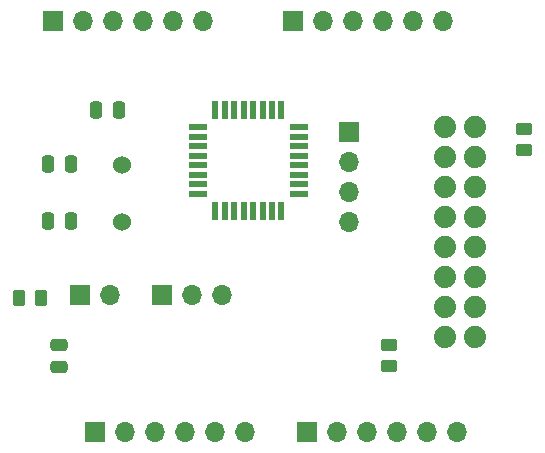
<source format=gbr>
%TF.GenerationSoftware,KiCad,Pcbnew,7.0.5*%
%TF.CreationDate,2024-11-17T18:30:54-07:00*%
%TF.ProjectId,sed1200emu,73656431-3230-4306-956d-752e6b696361,rev?*%
%TF.SameCoordinates,Original*%
%TF.FileFunction,Soldermask,Top*%
%TF.FilePolarity,Negative*%
%FSLAX46Y46*%
G04 Gerber Fmt 4.6, Leading zero omitted, Abs format (unit mm)*
G04 Created by KiCad (PCBNEW 7.0.5) date 2024-11-17 18:30:54*
%MOMM*%
%LPD*%
G01*
G04 APERTURE LIST*
G04 Aperture macros list*
%AMRoundRect*
0 Rectangle with rounded corners*
0 $1 Rounding radius*
0 $2 $3 $4 $5 $6 $7 $8 $9 X,Y pos of 4 corners*
0 Add a 4 corners polygon primitive as box body*
4,1,4,$2,$3,$4,$5,$6,$7,$8,$9,$2,$3,0*
0 Add four circle primitives for the rounded corners*
1,1,$1+$1,$2,$3*
1,1,$1+$1,$4,$5*
1,1,$1+$1,$6,$7*
1,1,$1+$1,$8,$9*
0 Add four rect primitives between the rounded corners*
20,1,$1+$1,$2,$3,$4,$5,0*
20,1,$1+$1,$4,$5,$6,$7,0*
20,1,$1+$1,$6,$7,$8,$9,0*
20,1,$1+$1,$8,$9,$2,$3,0*%
G04 Aperture macros list end*
%ADD10R,1.700000X1.700000*%
%ADD11O,1.700000X1.700000*%
%ADD12RoundRect,0.250000X0.450000X-0.262500X0.450000X0.262500X-0.450000X0.262500X-0.450000X-0.262500X0*%
%ADD13RoundRect,0.250000X-0.250000X-0.475000X0.250000X-0.475000X0.250000X0.475000X-0.250000X0.475000X0*%
%ADD14RoundRect,0.250000X0.475000X-0.250000X0.475000X0.250000X-0.475000X0.250000X-0.475000X-0.250000X0*%
%ADD15R,1.600000X0.550000*%
%ADD16R,0.550000X1.600000*%
%ADD17RoundRect,0.250000X0.262500X0.450000X-0.262500X0.450000X-0.262500X-0.450000X0.262500X-0.450000X0*%
%ADD18C,1.524000*%
%ADD19C,1.879600*%
G04 APERTURE END LIST*
D10*
%TO.C,DIS2-1*%
X133250000Y-126250000D03*
D11*
X135790000Y-126250000D03*
X138330000Y-126250000D03*
X140870000Y-126250000D03*
X143410000Y-126250000D03*
X145950000Y-126250000D03*
%TD*%
D12*
%TO.C,R1*%
X169621100Y-102384500D03*
X169621100Y-100559500D03*
%TD*%
D10*
%TO.C,UART1*%
X138975000Y-114620400D03*
D11*
X141515000Y-114620400D03*
X144055000Y-114620400D03*
%TD*%
D13*
%TO.C,C2*%
X133365100Y-98932000D03*
X135265100Y-98932000D03*
%TD*%
D14*
%TO.C,C1*%
X130250000Y-120770400D03*
X130250000Y-118870400D03*
%TD*%
D10*
%TO.C,SPI1*%
X154750000Y-100870400D03*
D11*
X154750000Y-103410400D03*
X154750000Y-105950400D03*
X154750000Y-108490400D03*
%TD*%
D13*
%TO.C,C4*%
X129301100Y-108330000D03*
X131201100Y-108330000D03*
%TD*%
D10*
%TO.C,DIS2-2*%
X151250000Y-126250000D03*
D11*
X153790000Y-126250000D03*
X156330000Y-126250000D03*
X158870000Y-126250000D03*
X161410000Y-126250000D03*
X163950000Y-126250000D03*
%TD*%
D15*
%TO.C,IC1*%
X142003100Y-100450000D03*
X142003100Y-101250000D03*
X142003100Y-102050000D03*
X142003100Y-102850000D03*
X142003100Y-103650000D03*
X142003100Y-104450000D03*
X142003100Y-105250000D03*
X142003100Y-106050000D03*
D16*
X143453100Y-107500000D03*
X144253100Y-107500000D03*
X145053100Y-107500000D03*
X145853100Y-107500000D03*
X146653100Y-107500000D03*
X147453100Y-107500000D03*
X148253100Y-107500000D03*
X149053100Y-107500000D03*
D15*
X150503100Y-106050000D03*
X150503100Y-105250000D03*
X150503100Y-104450000D03*
X150503100Y-103650000D03*
X150503100Y-102850000D03*
X150503100Y-102050000D03*
X150503100Y-101250000D03*
X150503100Y-100450000D03*
D16*
X149053100Y-99000000D03*
X148253100Y-99000000D03*
X147453100Y-99000000D03*
X146653100Y-99000000D03*
X145853100Y-99000000D03*
X145053100Y-99000000D03*
X144253100Y-99000000D03*
X143453100Y-99000000D03*
%TD*%
D17*
%TO.C,R3*%
X128662500Y-114870400D03*
X126837500Y-114870400D03*
%TD*%
D12*
%TO.C,R2*%
X158191100Y-120672500D03*
X158191100Y-118847500D03*
%TD*%
D13*
%TO.C,C3*%
X129301100Y-103504000D03*
X131201100Y-103504000D03*
%TD*%
D18*
%TO.C,Q1*%
X135585100Y-108457000D03*
X135585100Y-103631000D03*
%TD*%
D10*
%TO.C,RESET1*%
X131975000Y-114620400D03*
D11*
X134515000Y-114620400D03*
%TD*%
D19*
%TO.C,DIS1*%
X165407035Y-118157861D03*
X162867035Y-118157861D03*
X165407035Y-115617861D03*
X162867035Y-115617861D03*
X165407035Y-113077861D03*
X162867035Y-113077861D03*
X165407035Y-110537861D03*
X162867035Y-110537861D03*
X165407035Y-107997861D03*
X162867035Y-107997861D03*
X165407035Y-105457861D03*
X162867035Y-105457861D03*
X165407035Y-102917861D03*
X162867035Y-102917861D03*
X165407035Y-100377861D03*
X162867035Y-100377861D03*
%TD*%
D10*
%TO.C,CN2*%
X150049130Y-91417455D03*
D11*
X152589130Y-91417455D03*
X155129130Y-91417455D03*
X157669130Y-91417455D03*
X160209130Y-91417455D03*
X162749130Y-91417455D03*
%TD*%
D10*
%TO.C,CN1*%
X129747634Y-91417455D03*
D11*
X132287634Y-91417455D03*
X134827634Y-91417455D03*
X137367634Y-91417455D03*
X139907634Y-91417455D03*
X142447634Y-91417455D03*
%TD*%
M02*

</source>
